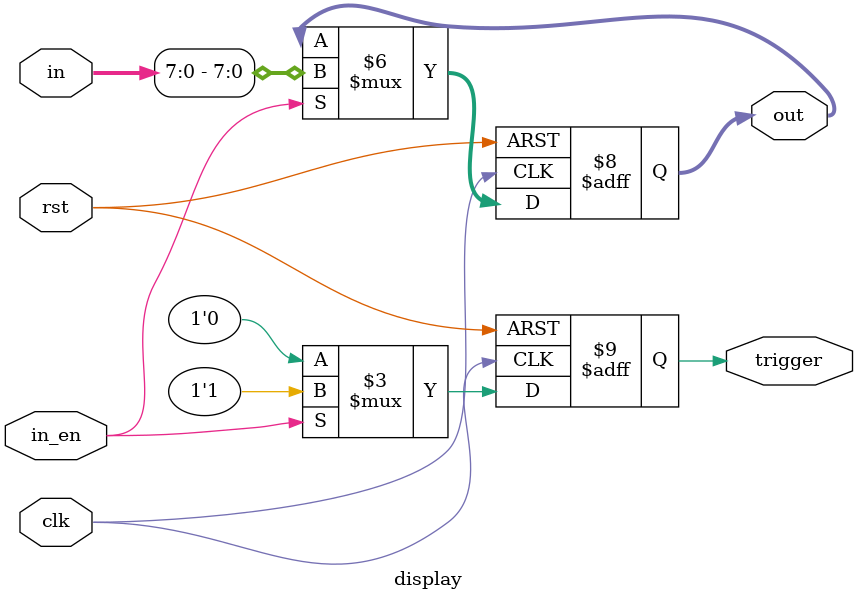
<source format=v>
module display (
  input clk,
  input rst, // Assuming active-high reset
  input in_en,
  input [15:0] in,
  output reg [7:0] out,
  output reg trigger
);

  always @(posedge clk or posedge rst) begin
    if (rst) begin
      trigger <= 0;
      out <= 0;
    end else begin
      if (in_en) begin
        out <= in[7:0];
        trigger <= 1;
      end else begin
        trigger <= 0;
      end
    end
  end
endmodule

</source>
